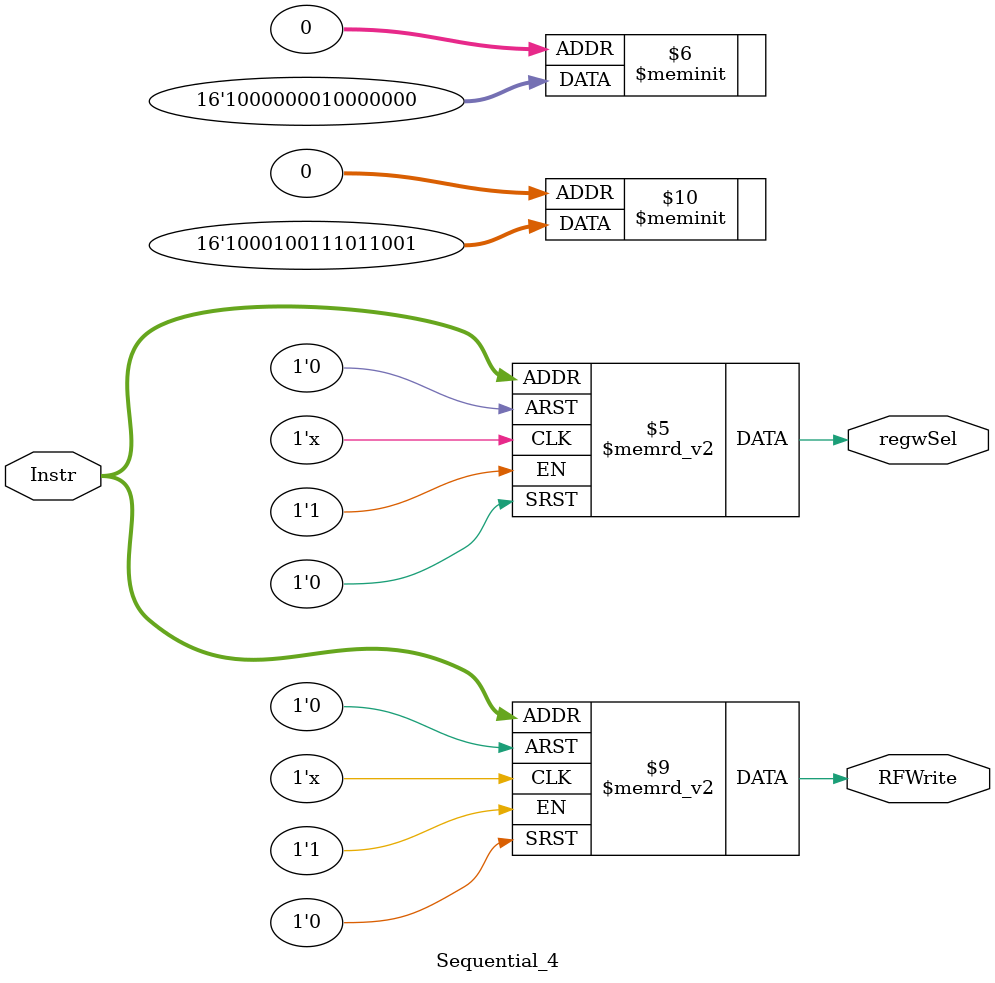
<source format=v>
module Sequential_4(
	Instr,
	RFWrite,
	regwSel
);

	input	[3:0]Instr;
	output	RFWrite;
	output	regwSel;
	reg	RFWrite,regwSel;
	
	//RFWrite Assignment
	always @(*)
	begin
		case (Instr)
			4'b0000: RFWrite <= 1'b1;		//Load
			4'b0010: RFWrite <= 1'b0;		//Store
			4'b0100: RFWrite <= 1'b1;		//ADD
			4'b0110: RFWrite <= 1'b1;		//SUB
			4'b1000: RFWrite <= 1'b1;		//NAND
			4'b0111: RFWrite <= 1'b1;		//ORI
			4'b1111: RFWrite <= 1'b1;		//ORI
			4'b0011: RFWrite <= 1'b1;		//Shift	
			4'b1011:	RFWrite <= 1'b1;		//Shift
			4'b0101: RFWrite <= 1'b0;		//BZ
			4'b1001: RFWrite <= 1'b0;		//BNZ
			4'b1101: RFWrite <= 1'b0;		//BPZ
			4'b0001: RFWrite <= 1'b0;		//Stop
			4'b1010: RFWrite <= 1'b0;		//NOP
			default: RFWrite <= 1'b0;
		endcase
	end
	
	//regwSel Assignment
	always @(*)
	begin
		case (Instr)
			4'b0000: regwSel <= 1'b0;		//Load
			4'b0010: regwSel <= 1'b0;		//Store
			4'b0100: regwSel <= 1'b0;		//ADD
			4'b0110: regwSel <= 1'b0;		//SUB
			4'b1000: regwSel <= 1'b0;		//NAND
			4'b0111: regwSel <= 1'b1;		//ORI
			4'b1111: regwSel <= 1'b1;		//ORI
			4'b0011: regwSel <= 1'b0;		//Shift	
			4'b1011:	regwSel <= 1'b0;		//Shift
			4'b0101: regwSel <= 1'b0;		//BZ
			4'b1001: regwSel <= 1'b0;		//BNZ
			4'b1101: regwSel <= 1'b0;		//BPZ
			4'b0001: regwSel <= 1'b0;		//Stop
			4'b1010: regwSel <= 1'b0;		//NOP
			default: regwSel <= 1'b0;
		endcase
	end
	
	
//	assign RFWrite = ~ ( (~Instr[0] & Instr[1] & ~Instr[2] & ~Instr[3]) |
//					 (Instr[0] & ~Instr[1] & ~Instr[2] & Instr[3]) | 
//					 (Instr[0] & ~Instr[1] & Instr[2] & ~Instr[3]) |
//					 (~Instr[0] & ~Instr[1] & Instr[2] & ~Instr[3])) ;
					
endmodule
</source>
